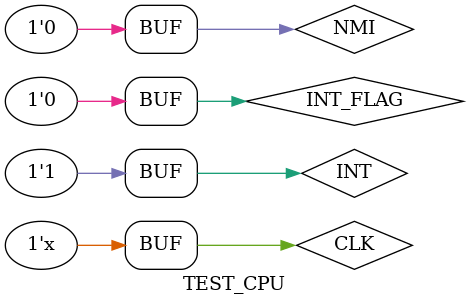
<source format=v>
`timescale 1ns / 1ps


module TEST_CPU;

	// Inputs
	reg CLK;
	reg INT;
	reg NMI;
	reg INT_FLAG;

	// Instantiate the Unit Under Test (UUT)
	CPU uut (
		.CLK(CLK), 
		.INT(INT), 
		.NMI(NMI), 
		.INT_FLAG(INT_FLAG)
	);

	initial begin
		// Initialize Inputs
		CLK = 0;
		INT = 0;
		NMI = 0;
		INT_FLAG = 0;

		// Wait 100 ns for global reset to finish
		#100;
		INT=1;

		// Add stimulus here

	end
   always 	
	#100 CLK=~CLK;   
endmodule


</source>
